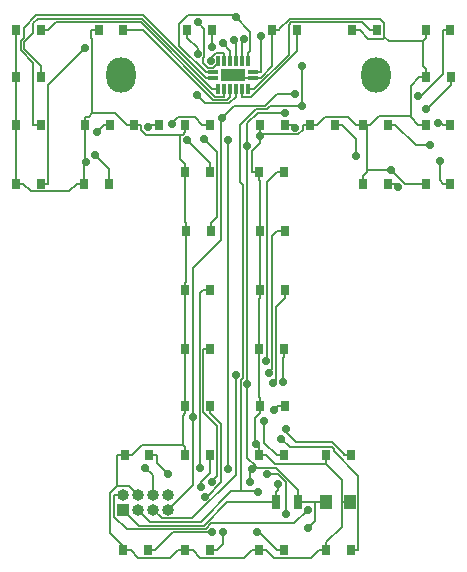
<source format=gbr>
G04 #@! TF.GenerationSoftware,KiCad,Pcbnew,(5.0.0)*
G04 #@! TF.CreationDate,2019-08-28T15:04:53-04:00*
G04 #@! TF.ProjectId,Tiny-er T,54696E792D657220542E6B696361645F,rev?*
G04 #@! TF.SameCoordinates,Original*
G04 #@! TF.FileFunction,Copper,L1,Top,Signal*
G04 #@! TF.FilePolarity,Positive*
%FSLAX46Y46*%
G04 Gerber Fmt 4.6, Leading zero omitted, Abs format (unit mm)*
G04 Created by KiCad (PCBNEW (5.0.0)) date 08/28/19 15:04:53*
%MOMM*%
%LPD*%
G01*
G04 APERTURE LIST*
G04 #@! TA.AperFunction,SMDPad,CuDef*
%ADD10R,0.800000X0.900000*%
G04 #@! TD*
G04 #@! TA.AperFunction,SMDPad,CuDef*
%ADD11R,0.700000X1.300000*%
G04 #@! TD*
G04 #@! TA.AperFunction,ComponentPad*
%ADD12O,2.500000X3.000000*%
G04 #@! TD*
G04 #@! TA.AperFunction,ComponentPad*
%ADD13R,1.000000X1.000000*%
G04 #@! TD*
G04 #@! TA.AperFunction,ComponentPad*
%ADD14O,1.000000X1.000000*%
G04 #@! TD*
G04 #@! TA.AperFunction,SMDPad,CuDef*
%ADD15R,2.000000X1.000000*%
G04 #@! TD*
G04 #@! TA.AperFunction,SMDPad,CuDef*
%ADD16R,0.850000X0.300000*%
G04 #@! TD*
G04 #@! TA.AperFunction,SMDPad,CuDef*
%ADD17R,0.300000X0.850000*%
G04 #@! TD*
G04 #@! TA.AperFunction,SMDPad,CuDef*
%ADD18R,1.000000X1.250000*%
G04 #@! TD*
G04 #@! TA.AperFunction,ViaPad*
%ADD19C,0.700000*%
G04 #@! TD*
G04 #@! TA.AperFunction,Conductor*
%ADD20C,0.140000*%
G04 #@! TD*
G04 APERTURE END LIST*
D10*
G04 #@! TO.P,D1,1*
G04 #@! TO.N,GND*
X91600000Y-91000000D03*
G04 #@! TO.P,D1,2*
G04 #@! TO.N,Net-(D1-Pad2)*
X93700000Y-91000000D03*
G04 #@! TD*
G04 #@! TO.P,D2,1*
G04 #@! TO.N,GND*
X91600000Y-86000000D03*
G04 #@! TO.P,D2,2*
G04 #@! TO.N,Net-(D2-Pad2)*
X93700000Y-86000000D03*
G04 #@! TD*
G04 #@! TO.P,D3,1*
G04 #@! TO.N,GND*
X91600000Y-82000000D03*
G04 #@! TO.P,D3,2*
G04 #@! TO.N,Net-(D3-Pad2)*
X93700000Y-82000000D03*
G04 #@! TD*
G04 #@! TO.P,D4,1*
G04 #@! TO.N,GND*
X91600000Y-78000000D03*
G04 #@! TO.P,D4,2*
G04 #@! TO.N,Net-(D4-Pad2)*
X93700000Y-78000000D03*
G04 #@! TD*
G04 #@! TO.P,D5,1*
G04 #@! TO.N,GND*
X98600000Y-78000000D03*
G04 #@! TO.P,D5,2*
G04 #@! TO.N,Net-(D5-Pad2)*
X100700000Y-78000000D03*
G04 #@! TD*
G04 #@! TO.P,D6,1*
G04 #@! TO.N,GND*
X106100000Y-78000000D03*
G04 #@! TO.P,D6,2*
G04 #@! TO.N,Net-(D6-Pad2)*
X108200000Y-78000000D03*
G04 #@! TD*
G04 #@! TO.P,D7,1*
G04 #@! TO.N,GND*
X113300000Y-78000000D03*
G04 #@! TO.P,D7,2*
G04 #@! TO.N,Net-(D7-Pad2)*
X115400000Y-78000000D03*
G04 #@! TD*
G04 #@! TO.P,D8,1*
G04 #@! TO.N,GND*
X120100000Y-78000000D03*
G04 #@! TO.P,D8,2*
G04 #@! TO.N,Net-(D8-Pad2)*
X122200000Y-78000000D03*
G04 #@! TD*
G04 #@! TO.P,D9,1*
G04 #@! TO.N,GND*
X126300000Y-78000000D03*
G04 #@! TO.P,D9,2*
G04 #@! TO.N,Net-(D9-Pad2)*
X128400000Y-78000000D03*
G04 #@! TD*
G04 #@! TO.P,D10,1*
G04 #@! TO.N,GND*
X126350000Y-82000000D03*
G04 #@! TO.P,D10,2*
G04 #@! TO.N,Net-(D10-Pad2)*
X128450000Y-82000000D03*
G04 #@! TD*
G04 #@! TO.P,D11,1*
G04 #@! TO.N,GND*
X126300000Y-86000000D03*
G04 #@! TO.P,D11,2*
G04 #@! TO.N,Net-(D11-Pad2)*
X128400000Y-86000000D03*
G04 #@! TD*
G04 #@! TO.P,D12,1*
G04 #@! TO.N,GND*
X126300000Y-91000000D03*
G04 #@! TO.P,D12,2*
G04 #@! TO.N,Net-(D12-Pad2)*
X128400000Y-91000000D03*
G04 #@! TD*
G04 #@! TO.P,D13,1*
G04 #@! TO.N,GND*
X121000000Y-91000000D03*
G04 #@! TO.P,D13,2*
G04 #@! TO.N,Net-(D13-Pad2)*
X123100000Y-91000000D03*
G04 #@! TD*
G04 #@! TO.P,D14,1*
G04 #@! TO.N,GND*
X121000000Y-86000000D03*
G04 #@! TO.P,D14,2*
G04 #@! TO.N,Net-(D14-Pad2)*
X123100000Y-86000000D03*
G04 #@! TD*
G04 #@! TO.P,D15,1*
G04 #@! TO.N,GND*
X116500000Y-86000000D03*
G04 #@! TO.P,D15,2*
G04 #@! TO.N,Net-(D15-Pad2)*
X118600000Y-86000000D03*
G04 #@! TD*
G04 #@! TO.P,D16,1*
G04 #@! TO.N,GND*
X112250000Y-86000000D03*
G04 #@! TO.P,D16,2*
G04 #@! TO.N,Net-(D16-Pad2)*
X114350000Y-86000000D03*
G04 #@! TD*
G04 #@! TO.P,D17,1*
G04 #@! TO.N,GND*
X112200000Y-90000000D03*
G04 #@! TO.P,D17,2*
G04 #@! TO.N,Net-(D17-Pad2)*
X114300000Y-90000000D03*
G04 #@! TD*
G04 #@! TO.P,D18,1*
G04 #@! TO.N,GND*
X112250000Y-95000000D03*
G04 #@! TO.P,D18,2*
G04 #@! TO.N,Net-(D18-Pad2)*
X114350000Y-95000000D03*
G04 #@! TD*
G04 #@! TO.P,D19,1*
G04 #@! TO.N,GND*
X112250000Y-100000000D03*
G04 #@! TO.P,D19,2*
G04 #@! TO.N,Net-(D19-Pad2)*
X114350000Y-100000000D03*
G04 #@! TD*
G04 #@! TO.P,D20,1*
G04 #@! TO.N,GND*
X112200000Y-105000000D03*
G04 #@! TO.P,D20,2*
G04 #@! TO.N,Net-(D20-Pad2)*
X114300000Y-105000000D03*
G04 #@! TD*
G04 #@! TO.P,D21,1*
G04 #@! TO.N,GND*
X112250000Y-109800000D03*
G04 #@! TO.P,D21,2*
G04 #@! TO.N,Net-(D21-Pad2)*
X114350000Y-109800000D03*
G04 #@! TD*
G04 #@! TO.P,D22,1*
G04 #@! TO.N,GND*
X112200000Y-114000000D03*
G04 #@! TO.P,D22,2*
G04 #@! TO.N,Net-(D22-Pad2)*
X114300000Y-114000000D03*
G04 #@! TD*
G04 #@! TO.P,D23,1*
G04 #@! TO.N,GND*
X117900000Y-114000000D03*
G04 #@! TO.P,D23,2*
G04 #@! TO.N,Net-(D23-Pad2)*
X120000000Y-114000000D03*
G04 #@! TD*
G04 #@! TO.P,D24,1*
G04 #@! TO.N,GND*
X117900000Y-122000000D03*
G04 #@! TO.P,D24,2*
G04 #@! TO.N,Net-(D24-Pad2)*
X120000000Y-122000000D03*
G04 #@! TD*
G04 #@! TO.P,D25,1*
G04 #@! TO.N,GND*
X112200000Y-122000000D03*
G04 #@! TO.P,D25,2*
G04 #@! TO.N,Net-(D25-Pad2)*
X114300000Y-122000000D03*
G04 #@! TD*
G04 #@! TO.P,D26,1*
G04 #@! TO.N,GND*
X105950000Y-122000000D03*
G04 #@! TO.P,D26,2*
G04 #@! TO.N,Net-(D26-Pad2)*
X108050000Y-122000000D03*
G04 #@! TD*
G04 #@! TO.P,D27,1*
G04 #@! TO.N,GND*
X100700000Y-122000000D03*
G04 #@! TO.P,D27,2*
G04 #@! TO.N,Net-(D27-Pad2)*
X102800000Y-122000000D03*
G04 #@! TD*
G04 #@! TO.P,D28,1*
G04 #@! TO.N,GND*
X100800000Y-114000000D03*
G04 #@! TO.P,D28,2*
G04 #@! TO.N,Net-(D28-Pad2)*
X102900000Y-114000000D03*
G04 #@! TD*
G04 #@! TO.P,D29,1*
G04 #@! TO.N,GND*
X105950000Y-114000000D03*
G04 #@! TO.P,D29,2*
G04 #@! TO.N,Net-(D29-Pad2)*
X108050000Y-114000000D03*
G04 #@! TD*
G04 #@! TO.P,D30,1*
G04 #@! TO.N,GND*
X105950000Y-109800000D03*
G04 #@! TO.P,D30,2*
G04 #@! TO.N,Net-(D30-Pad2)*
X108050000Y-109800000D03*
G04 #@! TD*
G04 #@! TO.P,D31,1*
G04 #@! TO.N,GND*
X105950000Y-105000000D03*
G04 #@! TO.P,D31,2*
G04 #@! TO.N,Net-(D31-Pad2)*
X108050000Y-105000000D03*
G04 #@! TD*
G04 #@! TO.P,D32,1*
G04 #@! TO.N,GND*
X105950000Y-100000000D03*
G04 #@! TO.P,D32,2*
G04 #@! TO.N,Net-(D32-Pad2)*
X108050000Y-100000000D03*
G04 #@! TD*
G04 #@! TO.P,D33,1*
G04 #@! TO.N,GND*
X106000000Y-95000000D03*
G04 #@! TO.P,D33,2*
G04 #@! TO.N,Net-(D33-Pad2)*
X108100000Y-95000000D03*
G04 #@! TD*
G04 #@! TO.P,D34,1*
G04 #@! TO.N,GND*
X105900000Y-90000000D03*
G04 #@! TO.P,D34,2*
G04 #@! TO.N,Net-(D34-Pad2)*
X108000000Y-90000000D03*
G04 #@! TD*
G04 #@! TO.P,D35,1*
G04 #@! TO.N,GND*
X105900000Y-86000000D03*
G04 #@! TO.P,D35,2*
G04 #@! TO.N,Net-(D35-Pad2)*
X108000000Y-86000000D03*
G04 #@! TD*
G04 #@! TO.P,D36,1*
G04 #@! TO.N,GND*
X101600000Y-86000000D03*
G04 #@! TO.P,D36,2*
G04 #@! TO.N,Net-(D36-Pad2)*
X103700000Y-86000000D03*
G04 #@! TD*
G04 #@! TO.P,D37,1*
G04 #@! TO.N,GND*
X97450000Y-86000000D03*
G04 #@! TO.P,D37,2*
G04 #@! TO.N,Net-(D37-Pad2)*
X99550000Y-86000000D03*
G04 #@! TD*
G04 #@! TO.P,D38,1*
G04 #@! TO.N,GND*
X97400000Y-91000000D03*
G04 #@! TO.P,D38,2*
G04 #@! TO.N,Net-(D38-Pad2)*
X99500000Y-91000000D03*
G04 #@! TD*
D11*
G04 #@! TO.P,R1,1*
G04 #@! TO.N,VCC*
X115500000Y-118000000D03*
G04 #@! TO.P,R1,2*
G04 #@! TO.N,RST*
X113600000Y-118000000D03*
G04 #@! TD*
D12*
G04 #@! TO.P,J1,2*
G04 #@! TO.N,Net-(J1-Pad2)*
X100500000Y-81826100D03*
X122100000Y-81826100D03*
G04 #@! TD*
D13*
G04 #@! TO.P,J2,1*
G04 #@! TO.N,RST*
X100660000Y-118600000D03*
D14*
G04 #@! TO.P,J2,2*
G04 #@! TO.N,REG*
X100660000Y-117330000D03*
G04 #@! TO.P,J2,3*
G04 #@! TO.N,CLK*
X101930000Y-118600000D03*
G04 #@! TO.P,J2,4*
G04 #@! TO.N,GND*
X101930000Y-117330000D03*
G04 #@! TO.P,J2,5*
G04 #@! TO.N,SW1*
X103200000Y-118600000D03*
G04 #@! TO.P,J2,6*
G04 #@! TO.N,DATA*
X103200000Y-117330000D03*
G04 #@! TO.P,J2,7*
G04 #@! TO.N,OE*
X104470000Y-118600000D03*
G04 #@! TO.P,J2,8*
G04 #@! TO.N,VCC*
X104470000Y-117330000D03*
G04 #@! TD*
D15*
G04 #@! TO.P,U2,8*
G04 #@! TO.N,GND*
X110000000Y-81800000D03*
D16*
G04 #@! TO.P,U2,1*
G04 #@! TO.N,Net-(D2-Pad2)*
X108300000Y-82050000D03*
G04 #@! TO.P,U2,16*
G04 #@! TO.N,VCC*
X108300000Y-81550000D03*
D17*
G04 #@! TO.P,U2,15*
G04 #@! TO.N,Net-(D1-Pad2)*
X108750000Y-80600000D03*
G04 #@! TO.P,U2,14*
G04 #@! TO.N,DATA*
X109250000Y-80600000D03*
G04 #@! TO.P,U2,13*
G04 #@! TO.N,OE*
X109750000Y-80600000D03*
G04 #@! TO.P,U2,12*
G04 #@! TO.N,REG*
X110250000Y-80600000D03*
G04 #@! TO.P,U2,11*
G04 #@! TO.N,CLK*
X110750000Y-80600000D03*
G04 #@! TO.P,U2,10*
G04 #@! TO.N,VCC*
X111250000Y-80600000D03*
D16*
G04 #@! TO.P,U2,9*
G04 #@! TO.N,Net-(U2-Pad9)*
X111700000Y-81550000D03*
G04 #@! TO.P,U2,8*
G04 #@! TO.N,GND*
X111700000Y-82050000D03*
D17*
G04 #@! TO.P,U2,7*
G04 #@! TO.N,Net-(D8-Pad2)*
X111250000Y-83000000D03*
G04 #@! TO.P,U2,6*
G04 #@! TO.N,Net-(D7-Pad2)*
X110750000Y-83000000D03*
G04 #@! TO.P,U2,5*
G04 #@! TO.N,Net-(D6-Pad2)*
X110250000Y-83000000D03*
G04 #@! TO.P,U2,4*
G04 #@! TO.N,Net-(D5-Pad2)*
X109750000Y-83000000D03*
G04 #@! TO.P,U2,3*
G04 #@! TO.N,Net-(D4-Pad2)*
X109250000Y-83000000D03*
G04 #@! TO.P,U2,2*
G04 #@! TO.N,Net-(D3-Pad2)*
X108750000Y-83000000D03*
G04 #@! TD*
D18*
G04 #@! TO.P,C1,2*
G04 #@! TO.N,GND*
X119900000Y-118000000D03*
G04 #@! TO.P,C1,1*
G04 #@! TO.N,VCC*
X117900000Y-118000000D03*
G04 #@! TD*
D19*
G04 #@! TO.N,Net-(D1-Pad2)*
X97438400Y-79536400D03*
X107016200Y-77348600D03*
G04 #@! TO.N,Net-(D6-Pad2)*
X108190400Y-79406100D03*
X106899600Y-83460100D03*
G04 #@! TO.N,Net-(D9-Pad2)*
X125616700Y-83599800D03*
G04 #@! TO.N,Net-(D10-Pad2)*
X126319900Y-84725200D03*
G04 #@! TO.N,Net-(D11-Pad2)*
X127350000Y-85909700D03*
G04 #@! TO.N,Net-(D12-Pad2)*
X127507100Y-89106300D03*
G04 #@! TO.N,Net-(D13-Pad2)*
X123993900Y-91283600D03*
G04 #@! TO.N,Net-(D14-Pad2)*
X126646700Y-87750000D03*
G04 #@! TO.N,Net-(D15-Pad2)*
X120401100Y-88669300D03*
G04 #@! TO.N,Net-(D16-Pad2)*
X115240900Y-86255600D03*
G04 #@! TO.N,Net-(D17-Pad2)*
X112749900Y-106017900D03*
G04 #@! TO.N,Net-(D18-Pad2)*
X113030000Y-107003100D03*
G04 #@! TO.N,Net-(D19-Pad2)*
X113362700Y-107846800D03*
G04 #@! TO.N,Net-(D20-Pad2)*
X114206300Y-107807100D03*
G04 #@! TO.N,Net-(D21-Pad2)*
X113456500Y-110173600D03*
G04 #@! TO.N,Net-(D22-Pad2)*
X112634000Y-111132300D03*
G04 #@! TO.N,Net-(D23-Pad2)*
X114449000Y-111802200D03*
G04 #@! TO.N,Net-(D24-Pad2)*
X114090500Y-112634100D03*
G04 #@! TO.N,GND*
X111911600Y-113040500D03*
X123371200Y-89835300D03*
X97574000Y-89144900D03*
X112239800Y-86948200D03*
X107001000Y-80058500D03*
G04 #@! TO.N,VCC*
X111626300Y-115169300D03*
X111460400Y-116301500D03*
X116319400Y-120170000D03*
X111189900Y-108006500D03*
X114362900Y-84992500D03*
X111146900Y-87843800D03*
X110226400Y-76914700D03*
G04 #@! TO.N,CLK*
X112135700Y-117086100D03*
X110890000Y-78795300D03*
X115801800Y-81010400D03*
X115801800Y-84400100D03*
G04 #@! TO.N,Net-(D25-Pad2)*
X112046300Y-120473400D03*
G04 #@! TO.N,Net-(D26-Pad2)*
X109112900Y-120535300D03*
G04 #@! TO.N,Net-(D27-Pad2)*
X108176600Y-120523400D03*
G04 #@! TO.N,Net-(D28-Pad2)*
X104487800Y-115601400D03*
G04 #@! TO.N,Net-(D29-Pad2)*
X107257100Y-116656400D03*
G04 #@! TO.N,Net-(D30-Pad2)*
X107583500Y-117500200D03*
G04 #@! TO.N,Net-(D31-Pad2)*
X108195900Y-116257100D03*
G04 #@! TO.N,Net-(D32-Pad2)*
X107159400Y-115079500D03*
G04 #@! TO.N,Net-(D33-Pad2)*
X107535800Y-87227200D03*
G04 #@! TO.N,Net-(D34-Pad2)*
X106079000Y-87302800D03*
G04 #@! TO.N,Net-(D35-Pad2)*
X104802100Y-85957900D03*
G04 #@! TO.N,Net-(D36-Pad2)*
X102805600Y-86238200D03*
G04 #@! TO.N,Net-(D37-Pad2)*
X98500000Y-86595400D03*
G04 #@! TO.N,Net-(D38-Pad2)*
X98279200Y-88545900D03*
G04 #@! TO.N,SW1*
X110244900Y-107240800D03*
G04 #@! TO.N,RST*
X113832300Y-116473500D03*
G04 #@! TO.N,DATA*
X108091300Y-80627200D03*
X102549700Y-115062600D03*
G04 #@! TO.N,REG*
X110038700Y-78835900D03*
X116355500Y-118608400D03*
G04 #@! TO.N,Net-(U2-Pad9)*
X112387100Y-78493000D03*
G04 #@! TO.N,Net-(U4-Pad9)*
X112878800Y-115623400D03*
X114447500Y-119011500D03*
G04 #@! TO.N,Net-(U5-Pad9)*
X109564100Y-115178800D03*
X109564100Y-87278000D03*
G04 #@! TO.N,OE*
X109099400Y-79085800D03*
X109037900Y-85431000D03*
X106586200Y-110787200D03*
X115202600Y-83391300D03*
G04 #@! TD*
D20*
G04 #@! TO.N,Net-(D1-Pad2)*
X107016200Y-77348600D02*
X107561300Y-77893700D01*
X107561300Y-77893700D02*
X107561300Y-80290600D01*
X107561300Y-80290600D02*
X107483600Y-80368300D01*
X107483600Y-80368300D02*
X107483600Y-80811800D01*
X107483600Y-80811800D02*
X107859300Y-81187500D01*
X107859300Y-81187500D02*
X108323400Y-81187500D01*
X108323400Y-81187500D02*
X108750000Y-80760900D01*
X108750000Y-80760900D02*
X108750000Y-80600000D01*
X94310300Y-91000000D02*
X94310300Y-82664500D01*
X94310300Y-82664500D02*
X97438400Y-79536400D01*
X93700000Y-91000000D02*
X94310300Y-91000000D01*
G04 #@! TO.N,Net-(D2-Pad2)*
X107664700Y-82050000D02*
X102367100Y-76752400D01*
X102367100Y-76752400D02*
X93335300Y-76752400D01*
X93335300Y-76752400D02*
X92288000Y-77799700D01*
X92288000Y-77799700D02*
X92288000Y-78651900D01*
X92288000Y-78651900D02*
X92009400Y-78930500D01*
X92009400Y-78930500D02*
X92009400Y-79709500D01*
X92009400Y-79709500D02*
X93089700Y-80789800D01*
X93089700Y-80789800D02*
X93089700Y-86000000D01*
X93700000Y-86000000D02*
X93089700Y-86000000D01*
X108300000Y-82050000D02*
X107664700Y-82050000D01*
G04 #@! TO.N,Net-(D3-Pad2)*
X108750000Y-83000000D02*
X108217100Y-83000000D01*
X108217100Y-83000000D02*
X102249800Y-77032700D01*
X102249800Y-77032700D02*
X93451400Y-77032700D01*
X93451400Y-77032700D02*
X93069700Y-77414400D01*
X93069700Y-77414400D02*
X93069700Y-78266600D01*
X93069700Y-78266600D02*
X92289700Y-79046600D01*
X92289700Y-79046600D02*
X92289700Y-79593300D01*
X92289700Y-79593300D02*
X93700000Y-81003600D01*
X93700000Y-81003600D02*
X93700000Y-82000000D01*
G04 #@! TO.N,Net-(D4-Pad2)*
X93700000Y-78000000D02*
X94310300Y-78000000D01*
X109250000Y-83000000D02*
X109250000Y-83635300D01*
X109250000Y-83635300D02*
X108455900Y-83635300D01*
X108455900Y-83635300D02*
X102160200Y-77339600D01*
X102160200Y-77339600D02*
X94970700Y-77339600D01*
X94970700Y-77339600D02*
X94310300Y-78000000D01*
G04 #@! TO.N,Net-(D5-Pad2)*
X101310300Y-78000000D02*
X102328100Y-78000000D01*
X102328100Y-78000000D02*
X108251300Y-83923200D01*
X108251300Y-83923200D02*
X109462100Y-83923200D01*
X109462100Y-83923200D02*
X109750000Y-83635300D01*
X100700000Y-78000000D02*
X101310300Y-78000000D01*
X109750000Y-83000000D02*
X109750000Y-83635300D01*
G04 #@! TO.N,Net-(D6-Pad2)*
X106899600Y-83460100D02*
X107651700Y-84212200D01*
X107651700Y-84212200D02*
X109673100Y-84212200D01*
X109673100Y-84212200D02*
X110250000Y-83635300D01*
X110250000Y-83000000D02*
X110250000Y-83635300D01*
X108200000Y-78000000D02*
X108200000Y-78660300D01*
X108190400Y-79406100D02*
X108190400Y-78669900D01*
X108190400Y-78669900D02*
X108200000Y-78660300D01*
G04 #@! TO.N,Net-(D7-Pad2)*
X115400000Y-78660300D02*
X115400000Y-79779600D01*
X115400000Y-79779600D02*
X111544300Y-83635300D01*
X111544300Y-83635300D02*
X110750000Y-83635300D01*
X115400000Y-78000000D02*
X115400000Y-78660300D01*
X110750000Y-83000000D02*
X110750000Y-83635300D01*
G04 #@! TO.N,Net-(D8-Pad2)*
X122200000Y-78000000D02*
X121589700Y-78000000D01*
X111250000Y-83000000D02*
X111781800Y-83000000D01*
X111781800Y-83000000D02*
X114702900Y-80078900D01*
X114702900Y-80078900D02*
X114702900Y-77533400D01*
X114702900Y-77533400D02*
X114896700Y-77339600D01*
X114896700Y-77339600D02*
X120929300Y-77339600D01*
X120929300Y-77339600D02*
X121589700Y-78000000D01*
G04 #@! TO.N,Net-(D9-Pad2)*
X128400000Y-78000000D02*
X127789700Y-78000000D01*
X125616700Y-83599800D02*
X125912000Y-83599800D01*
X125912000Y-83599800D02*
X127789700Y-81722100D01*
X127789700Y-81722100D02*
X127789700Y-78000000D01*
G04 #@! TO.N,Net-(D10-Pad2)*
X128450000Y-82660300D02*
X126385100Y-84725200D01*
X126385100Y-84725200D02*
X126319900Y-84725200D01*
X128450000Y-82000000D02*
X128450000Y-82660300D01*
G04 #@! TO.N,Net-(D11-Pad2)*
X127789700Y-86000000D02*
X127699400Y-85909700D01*
X127699400Y-85909700D02*
X127350000Y-85909700D01*
X128400000Y-86000000D02*
X127789700Y-86000000D01*
G04 #@! TO.N,Net-(D12-Pad2)*
X127789700Y-91000000D02*
X127507100Y-90717400D01*
X127507100Y-90717400D02*
X127507100Y-89106300D01*
X128400000Y-91000000D02*
X127789700Y-91000000D01*
G04 #@! TO.N,Net-(D13-Pad2)*
X123993900Y-91283600D02*
X123710300Y-91000000D01*
X123100000Y-91000000D02*
X123710300Y-91000000D01*
G04 #@! TO.N,Net-(D14-Pad2)*
X123100000Y-86000000D02*
X123710300Y-86000000D01*
X123710300Y-86000000D02*
X125460300Y-87750000D01*
X125460300Y-87750000D02*
X126646700Y-87750000D01*
G04 #@! TO.N,Net-(D15-Pad2)*
X118600000Y-86000000D02*
X119210300Y-86000000D01*
X120401100Y-88669300D02*
X120401100Y-87190800D01*
X120401100Y-87190800D02*
X119210300Y-86000000D01*
G04 #@! TO.N,Net-(D16-Pad2)*
X115240900Y-86255600D02*
X115215900Y-86255600D01*
X115215900Y-86255600D02*
X114960300Y-86000000D01*
X114350000Y-86000000D02*
X114960300Y-86000000D01*
G04 #@! TO.N,Net-(D17-Pad2)*
X113689700Y-90000000D02*
X112860400Y-90829300D01*
X112860400Y-90829300D02*
X112860400Y-105907400D01*
X112860400Y-105907400D02*
X112749900Y-106017900D01*
X114300000Y-90000000D02*
X113689700Y-90000000D01*
G04 #@! TO.N,Net-(D18-Pad2)*
X113739700Y-95000000D02*
X113312200Y-95427500D01*
X113312200Y-95427500D02*
X113312200Y-106720900D01*
X113312200Y-106720900D02*
X113030000Y-107003100D01*
X114350000Y-95000000D02*
X113739700Y-95000000D01*
G04 #@! TO.N,Net-(D19-Pad2)*
X113362700Y-107846800D02*
X113592500Y-107617000D01*
X113592500Y-107617000D02*
X113592500Y-101417800D01*
X113592500Y-101417800D02*
X114350000Y-100660300D01*
X114350000Y-100000000D02*
X114350000Y-100660300D01*
G04 #@! TO.N,Net-(D20-Pad2)*
X114300000Y-105000000D02*
X114300000Y-105660300D01*
X114206300Y-107807100D02*
X114206300Y-105754000D01*
X114206300Y-105754000D02*
X114300000Y-105660300D01*
G04 #@! TO.N,Net-(D21-Pad2)*
X113456500Y-110173600D02*
X113739700Y-109890400D01*
X113739700Y-109890400D02*
X113739700Y-109800000D01*
X114350000Y-109800000D02*
X113739700Y-109800000D01*
G04 #@! TO.N,Net-(D22-Pad2)*
X114300000Y-114000000D02*
X113689700Y-114000000D01*
X113689700Y-114000000D02*
X112634000Y-112944300D01*
X112634000Y-112944300D02*
X112634000Y-111132300D01*
G04 #@! TO.N,Net-(D23-Pad2)*
X114449000Y-111802200D02*
X114449000Y-112013100D01*
X114449000Y-112013100D02*
X115356300Y-112920400D01*
X115356300Y-112920400D02*
X118386400Y-112920400D01*
X118386400Y-112920400D02*
X119389700Y-113923700D01*
X119389700Y-113923700D02*
X119389700Y-114000000D01*
X120000000Y-114000000D02*
X119389700Y-114000000D01*
G04 #@! TO.N,Net-(D24-Pad2)*
X120610300Y-122000000D02*
X120610300Y-115767700D01*
X120610300Y-115767700D02*
X118510400Y-113667800D01*
X118510400Y-113667800D02*
X118510400Y-113463000D01*
X118510400Y-113463000D02*
X118387100Y-113339700D01*
X118387100Y-113339700D02*
X114796100Y-113339700D01*
X114796100Y-113339700D02*
X114090500Y-112634100D01*
X120000000Y-122000000D02*
X120610300Y-122000000D01*
G04 #@! TO.N,GND*
X116500000Y-86000000D02*
X115889700Y-86000000D01*
X121000000Y-86000000D02*
X120389700Y-86000000D01*
X116500000Y-86000000D02*
X117110300Y-86000000D01*
X117110300Y-86000000D02*
X117770700Y-85339600D01*
X117770700Y-85339600D02*
X119729300Y-85339600D01*
X119729300Y-85339600D02*
X120389700Y-86000000D01*
X112250000Y-86817900D02*
X115529500Y-86817900D01*
X115529500Y-86817900D02*
X115889700Y-86457700D01*
X115889700Y-86457700D02*
X115889700Y-86000000D01*
X112250000Y-86817900D02*
X112250000Y-86000000D01*
X112239800Y-86948200D02*
X112250000Y-86938000D01*
X112250000Y-86938000D02*
X112250000Y-86817900D01*
X111589700Y-90000000D02*
X111589700Y-88209400D01*
X111589700Y-88209400D02*
X112239800Y-87559300D01*
X112239800Y-87559300D02*
X112239800Y-86948200D01*
X105950000Y-100000000D02*
X105950000Y-99339700D01*
X105950000Y-99339700D02*
X106000000Y-99289700D01*
X106000000Y-99289700D02*
X106000000Y-95660300D01*
X105950000Y-105000000D02*
X105950000Y-100000000D01*
X106000000Y-95000000D02*
X106000000Y-95660300D01*
X121000000Y-86000000D02*
X121305200Y-86000000D01*
X122810400Y-78563800D02*
X122643700Y-78730500D01*
X122643700Y-78730500D02*
X121440800Y-78730500D01*
X121440800Y-78730500D02*
X120710300Y-78000000D01*
X113910300Y-78000000D02*
X113910300Y-77923700D01*
X113910300Y-77923700D02*
X114792600Y-77041400D01*
X114792600Y-77041400D02*
X122445100Y-77041400D01*
X122445100Y-77041400D02*
X122810400Y-77406700D01*
X122810400Y-77406700D02*
X122810400Y-78563800D01*
X122810400Y-78563800D02*
X123162000Y-78915400D01*
X123162000Y-78915400D02*
X126044900Y-78915400D01*
X120100000Y-78000000D02*
X120710300Y-78000000D01*
X113300000Y-78000000D02*
X113910300Y-78000000D01*
X113300000Y-78000000D02*
X113300000Y-81085300D01*
X113300000Y-81085300D02*
X112335300Y-82050000D01*
X112250000Y-110460300D02*
X111868900Y-110841400D01*
X111868900Y-110841400D02*
X111868900Y-112997800D01*
X111868900Y-112997800D02*
X111911600Y-113040500D01*
X111911600Y-113040500D02*
X112200000Y-113328900D01*
X112200000Y-113328900D02*
X112200000Y-113339700D01*
X112200000Y-122000000D02*
X111589700Y-122000000D01*
X111589700Y-122000000D02*
X110929300Y-122660400D01*
X110929300Y-122660400D02*
X107220700Y-122660400D01*
X107220700Y-122660400D02*
X106560300Y-122000000D01*
X112505200Y-122000000D02*
X112200000Y-122000000D01*
X105950000Y-122000000D02*
X106560300Y-122000000D01*
X100189700Y-116619200D02*
X101219200Y-116619200D01*
X101219200Y-116619200D02*
X101930000Y-117330000D01*
X101005200Y-122000000D02*
X99610600Y-120605400D01*
X99610600Y-120605400D02*
X99610600Y-117198300D01*
X99610600Y-117198300D02*
X100189700Y-116619200D01*
X100189700Y-116619200D02*
X100189700Y-114000000D01*
X100800000Y-114000000D02*
X100189700Y-114000000D01*
X101005200Y-122000000D02*
X101310300Y-122000000D01*
X100700000Y-122000000D02*
X101005200Y-122000000D01*
X112250000Y-109800000D02*
X112250000Y-110460300D01*
X117821100Y-114704100D02*
X117900000Y-114625200D01*
X117900000Y-114625200D02*
X117900000Y-114590200D01*
X112810300Y-114000000D02*
X113514400Y-114704100D01*
X113514400Y-114704100D02*
X117821100Y-114704100D01*
X119189700Y-118000000D02*
X119189700Y-116072700D01*
X119189700Y-116072700D02*
X117821100Y-114704100D01*
X117900000Y-121339700D02*
X119189700Y-120050000D01*
X119189700Y-120050000D02*
X119189700Y-118000000D01*
X105518700Y-86844400D02*
X105715900Y-86844400D01*
X105715900Y-86844400D02*
X105900000Y-86660300D01*
X102210300Y-86000000D02*
X102210300Y-86435200D01*
X102210300Y-86435200D02*
X102619500Y-86844400D01*
X102619500Y-86844400D02*
X105518700Y-86844400D01*
X105518700Y-86844400D02*
X105518700Y-88958400D01*
X105518700Y-88958400D02*
X105900000Y-89339700D01*
X121305200Y-89835300D02*
X121305200Y-90034500D01*
X121305200Y-90034500D02*
X121000000Y-90339700D01*
X121305200Y-86000000D02*
X121305200Y-89835300D01*
X123371200Y-89835300D02*
X121305200Y-89835300D01*
X121000000Y-91000000D02*
X121000000Y-90339700D01*
X121305200Y-86000000D02*
X121610300Y-86000000D01*
X123371200Y-89835300D02*
X124535900Y-91000000D01*
X124535900Y-91000000D02*
X125689700Y-91000000D01*
X125040200Y-85289400D02*
X125040200Y-85350500D01*
X125040200Y-85350500D02*
X125689700Y-86000000D01*
X125739700Y-82000000D02*
X125040200Y-82699500D01*
X125040200Y-82699500D02*
X125040200Y-85289400D01*
X125040200Y-85289400D02*
X122320900Y-85289400D01*
X122320900Y-85289400D02*
X121610300Y-86000000D01*
X126300000Y-91000000D02*
X125689700Y-91000000D01*
X126300000Y-86000000D02*
X125689700Y-86000000D01*
X126350000Y-82000000D02*
X125739700Y-82000000D01*
X126350000Y-81669800D02*
X126350000Y-82000000D01*
X126350000Y-81669800D02*
X126350000Y-81339700D01*
X126044900Y-78915400D02*
X126300000Y-78660300D01*
X126044900Y-78915400D02*
X126044900Y-81034600D01*
X126044900Y-81034600D02*
X126350000Y-81339700D01*
X97450000Y-89118200D02*
X97547300Y-89118200D01*
X97547300Y-89118200D02*
X97574000Y-89144900D01*
X112200000Y-105000000D02*
X112200000Y-105660300D01*
X112250000Y-109800000D02*
X112250000Y-109139700D01*
X112250000Y-109139700D02*
X112187500Y-109077200D01*
X112187500Y-109077200D02*
X112187500Y-105672800D01*
X112187500Y-105672800D02*
X112200000Y-105660300D01*
X112200000Y-114000000D02*
X112200000Y-113339700D01*
X112200000Y-114000000D02*
X112810300Y-114000000D01*
X97400000Y-90339700D02*
X97400000Y-89168200D01*
X97400000Y-89168200D02*
X97450000Y-89118200D01*
X97450000Y-86660300D02*
X97450000Y-89118200D01*
X112200000Y-104669800D02*
X112200000Y-105000000D01*
X112200000Y-104669800D02*
X112200000Y-104339700D01*
X105900000Y-86000000D02*
X105900000Y-86660300D01*
X105950000Y-122000000D02*
X105339700Y-122000000D01*
X105339700Y-122000000D02*
X104679300Y-122660400D01*
X104679300Y-122660400D02*
X101970700Y-122660400D01*
X101970700Y-122660400D02*
X101310300Y-122000000D01*
X97450000Y-86000000D02*
X97450000Y-86660300D01*
X117900000Y-114000000D02*
X117900000Y-114590200D01*
X97450000Y-86000000D02*
X97450000Y-85339700D01*
X98065800Y-85042400D02*
X100032100Y-85042400D01*
X100032100Y-85042400D02*
X100989700Y-86000000D01*
X97989700Y-78000000D02*
X97989700Y-78703200D01*
X97989700Y-78703200D02*
X98065800Y-78779300D01*
X98065800Y-78779300D02*
X98065800Y-85042400D01*
X98065800Y-85042400D02*
X97768500Y-85339700D01*
X97768500Y-85339700D02*
X97450000Y-85339700D01*
X97400000Y-91000000D02*
X97400000Y-90339700D01*
X91600000Y-86000000D02*
X91600000Y-82000000D01*
X91600000Y-91000000D02*
X91600000Y-86000000D01*
X106100000Y-78660300D02*
X107001000Y-79561300D01*
X107001000Y-79561300D02*
X107001000Y-80058500D01*
X111700000Y-82050000D02*
X112335300Y-82050000D01*
X126300000Y-78000000D02*
X126300000Y-78660300D01*
X105950000Y-109800000D02*
X105950000Y-105000000D01*
X111700000Y-82050000D02*
X110250000Y-82050000D01*
X110250000Y-82050000D02*
X110000000Y-81800000D01*
X112505200Y-122000000D02*
X112810300Y-122000000D01*
X97400000Y-91000000D02*
X96789700Y-91000000D01*
X96789700Y-91000000D02*
X96129300Y-91660400D01*
X96129300Y-91660400D02*
X92870700Y-91660400D01*
X92870700Y-91660400D02*
X92210300Y-91000000D01*
X91600000Y-91000000D02*
X92210300Y-91000000D01*
X112200000Y-90000000D02*
X111589700Y-90000000D01*
X112200000Y-90330100D02*
X112200000Y-90000000D01*
X119900000Y-118000000D02*
X119189700Y-118000000D01*
X117900000Y-122000000D02*
X117900000Y-121339700D01*
X105721000Y-113110700D02*
X102299600Y-113110700D01*
X102299600Y-113110700D02*
X101410300Y-114000000D01*
X105950000Y-113929900D02*
X105950000Y-114000000D01*
X117900000Y-122000000D02*
X117289700Y-122000000D01*
X117289700Y-122000000D02*
X116629300Y-122660400D01*
X116629300Y-122660400D02*
X113470700Y-122660400D01*
X113470700Y-122660400D02*
X112810300Y-122000000D01*
X112200000Y-90330100D02*
X112200000Y-90660300D01*
X112250000Y-100000000D02*
X112250000Y-99339700D01*
X112250000Y-95000000D02*
X112250000Y-95660300D01*
X112250000Y-95660300D02*
X112250000Y-99339700D01*
X112250000Y-94339700D02*
X112250000Y-90710300D01*
X112250000Y-90710300D02*
X112200000Y-90660300D01*
X106100000Y-78000000D02*
X106100000Y-78660300D01*
X105900000Y-90000000D02*
X105900000Y-89339700D01*
X105900000Y-90000000D02*
X105900000Y-94239700D01*
X105900000Y-94239700D02*
X106000000Y-94339700D01*
X105721000Y-113110700D02*
X105721000Y-110689300D01*
X105721000Y-110689300D02*
X105950000Y-110460300D01*
X105950000Y-113339700D02*
X105721000Y-113110700D01*
X105950000Y-113929900D02*
X105950000Y-113339700D01*
X112250000Y-95000000D02*
X112250000Y-94339700D01*
X106000000Y-95000000D02*
X106000000Y-94339700D01*
X101600000Y-86000000D02*
X100989700Y-86000000D01*
X101600000Y-86000000D02*
X102210300Y-86000000D01*
X105950000Y-109800000D02*
X105950000Y-110460300D01*
X112250000Y-100660300D02*
X112200000Y-100710300D01*
X112200000Y-100710300D02*
X112200000Y-104339700D01*
X91600000Y-78000000D02*
X91600000Y-82000000D01*
X98600000Y-78000000D02*
X97989700Y-78000000D01*
X112250000Y-100330100D02*
X112250000Y-100000000D01*
X112250000Y-100330100D02*
X112250000Y-100660300D01*
X100800000Y-114000000D02*
X101410300Y-114000000D01*
G04 #@! TO.N,VCC*
X111250000Y-80600000D02*
X111250000Y-79964700D01*
X110226400Y-76914700D02*
X111452400Y-78140700D01*
X111452400Y-78140700D02*
X111452400Y-79762300D01*
X111452400Y-79762300D02*
X111250000Y-79964700D01*
X107664700Y-81550000D02*
X105433100Y-79318400D01*
X105433100Y-79318400D02*
X105433100Y-77460400D01*
X105433100Y-77460400D02*
X106166800Y-76726700D01*
X106166800Y-76726700D02*
X110038400Y-76726700D01*
X110038400Y-76726700D02*
X110226400Y-76914700D01*
X111891600Y-114904000D02*
X112040600Y-115053000D01*
X112040600Y-115053000D02*
X113611500Y-115053000D01*
X113611500Y-115053000D02*
X115500000Y-116941500D01*
X115500000Y-116941500D02*
X115500000Y-117139700D01*
X111189900Y-108006500D02*
X111189900Y-114202300D01*
X111189900Y-114202300D02*
X111891600Y-114904000D01*
X111891600Y-114904000D02*
X111626300Y-115169300D01*
X111460400Y-116301500D02*
X111460400Y-115335200D01*
X111460400Y-115335200D02*
X111626300Y-115169300D01*
X116932100Y-118000000D02*
X116932100Y-119557300D01*
X116932100Y-119557300D02*
X116319400Y-120170000D01*
X116932100Y-118000000D02*
X117189700Y-118000000D01*
X115500000Y-118000000D02*
X116932100Y-118000000D01*
X111186800Y-87843800D02*
X111186800Y-108003400D01*
X111186800Y-108003400D02*
X111189900Y-108006500D01*
X114362900Y-84992500D02*
X112087400Y-84992500D01*
X112087400Y-84992500D02*
X111186800Y-85893100D01*
X111186800Y-85893100D02*
X111186800Y-87843800D01*
X111186800Y-87843800D02*
X111146900Y-87843800D01*
X115500000Y-118000000D02*
X115500000Y-117139700D01*
X117900000Y-118000000D02*
X117189700Y-118000000D01*
X108300000Y-81550000D02*
X107664700Y-81550000D01*
G04 #@! TO.N,CLK*
X110628600Y-117061800D02*
X112111400Y-117061800D01*
X112111400Y-117061800D02*
X112135700Y-117086100D01*
X101930000Y-118600000D02*
X102960700Y-119630700D01*
X102960700Y-119630700D02*
X107261600Y-119630700D01*
X107261600Y-119630700D02*
X109830500Y-117061800D01*
X109830500Y-117061800D02*
X110628600Y-117061800D01*
X110628600Y-117061800D02*
X110628600Y-107649500D01*
X110628600Y-107649500D02*
X110840100Y-107438000D01*
X110840100Y-107438000D02*
X110840100Y-91158300D01*
X110840100Y-91158300D02*
X110586600Y-90904800D01*
X110586600Y-90904800D02*
X110586600Y-86025400D01*
X110586600Y-86025400D02*
X111931700Y-84680300D01*
X111931700Y-84680300D02*
X112846300Y-84680300D01*
X112846300Y-84680300D02*
X113126500Y-84400100D01*
X113126500Y-84400100D02*
X115801800Y-84400100D01*
X110890000Y-78795300D02*
X110750000Y-78935300D01*
X110750000Y-78935300D02*
X110750000Y-80600000D01*
X115801800Y-81010400D02*
X115801800Y-84400100D01*
G04 #@! TO.N,Net-(D25-Pad2)*
X114300000Y-122000000D02*
X113689700Y-122000000D01*
X112046300Y-120473400D02*
X112163100Y-120473400D01*
X112163100Y-120473400D02*
X113689700Y-122000000D01*
G04 #@! TO.N,Net-(D26-Pad2)*
X108660300Y-122000000D02*
X109112900Y-121547400D01*
X109112900Y-121547400D02*
X109112900Y-120535300D01*
X108050000Y-122000000D02*
X108660300Y-122000000D01*
G04 #@! TO.N,Net-(D27-Pad2)*
X103410300Y-122000000D02*
X104886900Y-120523400D01*
X104886900Y-120523400D02*
X108176600Y-120523400D01*
X102800000Y-122000000D02*
X103410300Y-122000000D01*
G04 #@! TO.N,Net-(D28-Pad2)*
X103510300Y-114000000D02*
X103510300Y-114623900D01*
X103510300Y-114623900D02*
X104487800Y-115601400D01*
X102900000Y-114000000D02*
X103510300Y-114000000D01*
G04 #@! TO.N,Net-(D29-Pad2)*
X108050000Y-114000000D02*
X108050000Y-114660300D01*
X108050000Y-114660300D02*
X108050000Y-115484000D01*
X108050000Y-115484000D02*
X107257100Y-116276900D01*
X107257100Y-116276900D02*
X107257100Y-116656400D01*
G04 #@! TO.N,Net-(D30-Pad2)*
X108050000Y-110460300D02*
X108960500Y-111370800D01*
X108960500Y-111370800D02*
X108960500Y-116285000D01*
X108960500Y-116285000D02*
X107745300Y-117500200D01*
X107745300Y-117500200D02*
X107583500Y-117500200D01*
X108050000Y-109800000D02*
X108050000Y-110460300D01*
G04 #@! TO.N,Net-(D31-Pad2)*
X107439700Y-105000000D02*
X107439700Y-110337100D01*
X107439700Y-110337100D02*
X108662300Y-111559700D01*
X108662300Y-111559700D02*
X108662300Y-115790700D01*
X108662300Y-115790700D02*
X108195900Y-116257100D01*
X108050000Y-105000000D02*
X107439700Y-105000000D01*
G04 #@! TO.N,Net-(D32-Pad2)*
X107439700Y-100000000D02*
X107159400Y-100280300D01*
X107159400Y-100280300D02*
X107159400Y-115079500D01*
X108050000Y-100000000D02*
X107439700Y-100000000D01*
G04 #@! TO.N,Net-(D33-Pad2)*
X108100000Y-95000000D02*
X108100000Y-94339700D01*
X108100000Y-94339700D02*
X108610400Y-93829300D01*
X108610400Y-93829300D02*
X108610400Y-88301800D01*
X108610400Y-88301800D02*
X107535800Y-87227200D01*
G04 #@! TO.N,Net-(D34-Pad2)*
X106079000Y-87302800D02*
X108000000Y-89223800D01*
X108000000Y-89223800D02*
X108000000Y-90000000D01*
G04 #@! TO.N,Net-(D35-Pad2)*
X107389700Y-86000000D02*
X106729300Y-85339600D01*
X106729300Y-85339600D02*
X105336400Y-85339600D01*
X105336400Y-85339600D02*
X104802100Y-85873900D01*
X104802100Y-85873900D02*
X104802100Y-85957900D01*
X108000000Y-86000000D02*
X107389700Y-86000000D01*
G04 #@! TO.N,Net-(D36-Pad2)*
X103089700Y-86000000D02*
X102851500Y-86238200D01*
X102851500Y-86238200D02*
X102805600Y-86238200D01*
X103700000Y-86000000D02*
X103089700Y-86000000D01*
G04 #@! TO.N,Net-(D37-Pad2)*
X99550000Y-86000000D02*
X98939700Y-86000000D01*
X98500000Y-86595400D02*
X98939700Y-86155700D01*
X98939700Y-86155700D02*
X98939700Y-86000000D01*
G04 #@! TO.N,Net-(D38-Pad2)*
X99500000Y-91000000D02*
X99500000Y-89766700D01*
X99500000Y-89766700D02*
X98279200Y-88545900D01*
G04 #@! TO.N,SW1*
X103200000Y-118600000D02*
X103950300Y-119350300D01*
X103950300Y-119350300D02*
X106539300Y-119350300D01*
X106539300Y-119350300D02*
X110244900Y-115644700D01*
X110244900Y-115644700D02*
X110244900Y-107240800D01*
G04 #@! TO.N,RST*
X100660000Y-118600000D02*
X102022700Y-119962700D01*
X102022700Y-119962700D02*
X107527100Y-119962700D01*
X107527100Y-119962700D02*
X109489800Y-118000000D01*
X109489800Y-118000000D02*
X113039700Y-118000000D01*
X113600000Y-117139700D02*
X113832300Y-116907400D01*
X113832300Y-116907400D02*
X113832300Y-116473500D01*
X113600000Y-118000000D02*
X113039700Y-118000000D01*
X113600000Y-118000000D02*
X113600000Y-117139700D01*
G04 #@! TO.N,DATA*
X109250000Y-80600000D02*
X109250000Y-79964700D01*
X109250000Y-79964700D02*
X108509600Y-79964700D01*
X108509600Y-79964700D02*
X108091300Y-80383000D01*
X108091300Y-80383000D02*
X108091300Y-80627200D01*
X102549700Y-115062600D02*
X103200000Y-115712900D01*
X103200000Y-115712900D02*
X103200000Y-117330000D01*
G04 #@! TO.N,REG*
X110038700Y-78835900D02*
X110250000Y-79047200D01*
X110250000Y-79047200D02*
X110250000Y-80600000D01*
X99949700Y-117330000D02*
X99949700Y-119212700D01*
X99949700Y-119212700D02*
X100980100Y-120243100D01*
X100980100Y-120243100D02*
X107664400Y-120243100D01*
X107664400Y-120243100D02*
X108129500Y-119778000D01*
X108129500Y-119778000D02*
X115185900Y-119778000D01*
X115185900Y-119778000D02*
X116355500Y-118608400D01*
X100660000Y-117330000D02*
X99949700Y-117330000D01*
G04 #@! TO.N,Net-(U2-Pad9)*
X112335300Y-81550000D02*
X112335300Y-78544800D01*
X112335300Y-78544800D02*
X112387100Y-78493000D01*
X111700000Y-81550000D02*
X112335300Y-81550000D01*
G04 #@! TO.N,Net-(U4-Pad9)*
X114447500Y-119011500D02*
X114447500Y-116285300D01*
X114447500Y-116285300D02*
X113785600Y-115623400D01*
X113785600Y-115623400D02*
X112878800Y-115623400D01*
G04 #@! TO.N,Net-(U5-Pad9)*
X109564100Y-87278000D02*
X109564100Y-115178800D01*
G04 #@! TO.N,OE*
X109037900Y-85431000D02*
X110068900Y-84400000D01*
X110068900Y-84400000D02*
X112730200Y-84400000D01*
X112730200Y-84400000D02*
X113738900Y-83391300D01*
X113738900Y-83391300D02*
X115202600Y-83391300D01*
X109750000Y-80600000D02*
X109750000Y-79736400D01*
X109750000Y-79736400D02*
X109099400Y-79085800D01*
X109037900Y-85431000D02*
X108973400Y-85495500D01*
X108973400Y-85495500D02*
X108973400Y-95776200D01*
X108973400Y-95776200D02*
X106586200Y-98163400D01*
X106586200Y-98163400D02*
X106586200Y-110787200D01*
X104470000Y-118600000D02*
X106586200Y-116483800D01*
X106586200Y-116483800D02*
X106586200Y-110787200D01*
G04 #@! TD*
M02*

</source>
